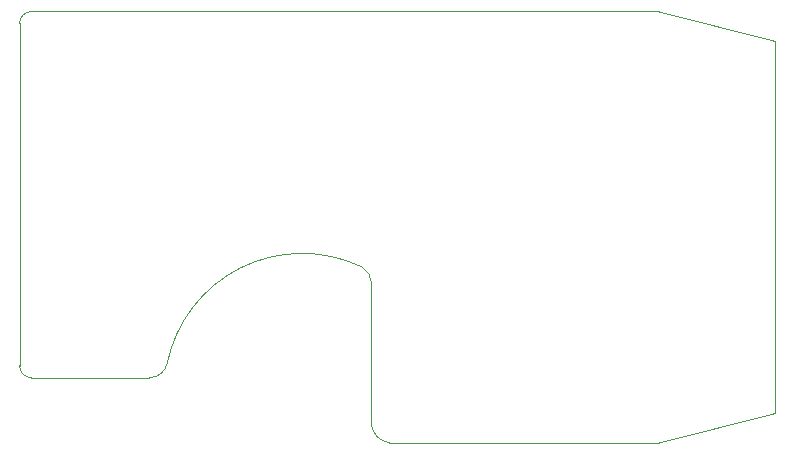
<source format=gbr>
%TF.GenerationSoftware,KiCad,Pcbnew,7.0.5-4d25ed1034~172~ubuntu22.04.1*%
%TF.CreationDate,2023-06-17T20:58:29+02:00*%
%TF.ProjectId,votoco,766f746f-636f-42e6-9b69-6361645f7063,rev?*%
%TF.SameCoordinates,Original*%
%TF.FileFunction,Profile,NP*%
%FSLAX46Y46*%
G04 Gerber Fmt 4.6, Leading zero omitted, Abs format (unit mm)*
G04 Created by KiCad (PCBNEW 7.0.5-4d25ed1034~172~ubuntu22.04.1) date 2023-06-17 20:58:29*
%MOMM*%
%LPD*%
G01*
G04 APERTURE LIST*
%TA.AperFunction,Profile*%
%ADD10C,0.100000*%
%TD*%
G04 APERTURE END LIST*
D10*
X128942185Y-85107466D02*
G75*
G03*
X112500000Y-93300000I-5012145J-10536534D01*
G01*
X164000000Y-66000000D02*
X164000000Y-97500000D01*
X129800000Y-98500000D02*
G75*
G03*
X131300000Y-100000000I1700800J200800D01*
G01*
X100000000Y-64500000D02*
X100000000Y-93500000D01*
X129800018Y-86500000D02*
G75*
G03*
X128942182Y-85107472I-1533518J15800D01*
G01*
X101000000Y-94500000D02*
X111000000Y-94500000D01*
X101000000Y-63500000D02*
G75*
G03*
X100000000Y-64500000I0J-1000000D01*
G01*
X154000000Y-63500000D02*
X164000000Y-66000000D01*
X129800000Y-86500000D02*
X129800000Y-98500000D01*
X131300000Y-100000000D02*
X154000000Y-100000000D01*
X154000000Y-63500000D02*
X101000000Y-63500000D01*
X111000000Y-94500038D02*
G75*
G03*
X112499999Y-93300000I13000J1521238D01*
G01*
X154000000Y-100000000D02*
X164000000Y-97500000D01*
X100000000Y-93500000D02*
G75*
G03*
X101000000Y-94500000I1000000J0D01*
G01*
M02*

</source>
